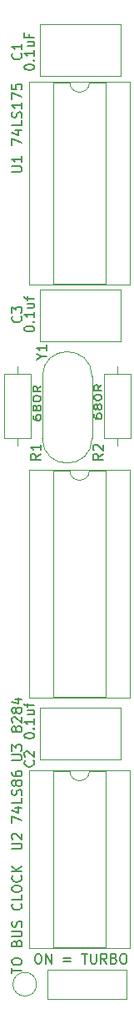
<source format=gto>
%TF.GenerationSoftware,KiCad,Pcbnew,(5.1.9)-1*%
%TF.CreationDate,2021-02-16T22:14:15+08:00*%
%TF.ProjectId,DaveJonesTandy1000Turbo,44617665-4a6f-46e6-9573-54616e647931,rev?*%
%TF.SameCoordinates,Original*%
%TF.FileFunction,Legend,Top*%
%TF.FilePolarity,Positive*%
%FSLAX46Y46*%
G04 Gerber Fmt 4.6, Leading zero omitted, Abs format (unit mm)*
G04 Created by KiCad (PCBNEW (5.1.9)-1) date 2021-02-16 22:14:15*
%MOMM*%
%LPD*%
G01*
G04 APERTURE LIST*
%ADD10C,0.120000*%
%ADD11C,0.150000*%
G04 APERTURE END LIST*
D10*
%TO.C,R2*%
X153670000Y-93956000D02*
X153670000Y-93186000D01*
X153670000Y-85876000D02*
X153670000Y-86646000D01*
X155040000Y-93186000D02*
X155040000Y-86646000D01*
X152300000Y-93186000D02*
X155040000Y-93186000D01*
X152300000Y-86646000D02*
X152300000Y-93186000D01*
X155040000Y-86646000D02*
X152300000Y-86646000D01*
%TO.C,R1*%
X143510000Y-93956000D02*
X143510000Y-93186000D01*
X143510000Y-85876000D02*
X143510000Y-86646000D01*
X144880000Y-93186000D02*
X144880000Y-86646000D01*
X142140000Y-93186000D02*
X144880000Y-93186000D01*
X142140000Y-86646000D02*
X142140000Y-93186000D01*
X144880000Y-86646000D02*
X142140000Y-86646000D01*
%TO.C,Y1*%
X151115000Y-86945000D02*
X151115000Y-93195000D01*
X146065000Y-86945000D02*
X146065000Y-93195000D01*
X146065000Y-93195000D02*
G75*
G03*
X151115000Y-93195000I2525000J0D01*
G01*
X146065000Y-86945000D02*
G75*
G02*
X151115000Y-86945000I2525000J0D01*
G01*
%TO.C,U3*%
X148860000Y-96460000D02*
X147210000Y-96460000D01*
X147210000Y-96460000D02*
X147210000Y-119440000D01*
X147210000Y-119440000D02*
X152510000Y-119440000D01*
X152510000Y-119440000D02*
X152510000Y-96460000D01*
X152510000Y-96460000D02*
X150860000Y-96460000D01*
X144720000Y-96400000D02*
X144720000Y-119500000D01*
X144720000Y-119500000D02*
X155000000Y-119500000D01*
X155000000Y-119500000D02*
X155000000Y-96400000D01*
X155000000Y-96400000D02*
X144720000Y-96400000D01*
X150860000Y-96460000D02*
G75*
G02*
X148860000Y-96460000I-1000000J0D01*
G01*
%TO.C,U2*%
X148860000Y-126940000D02*
X147210000Y-126940000D01*
X147210000Y-126940000D02*
X147210000Y-144840000D01*
X147210000Y-144840000D02*
X152510000Y-144840000D01*
X152510000Y-144840000D02*
X152510000Y-126940000D01*
X152510000Y-126940000D02*
X150860000Y-126940000D01*
X144720000Y-126880000D02*
X144720000Y-144900000D01*
X144720000Y-144900000D02*
X155000000Y-144900000D01*
X155000000Y-144900000D02*
X155000000Y-126880000D01*
X155000000Y-126880000D02*
X144720000Y-126880000D01*
X150860000Y-126940000D02*
G75*
G02*
X148860000Y-126940000I-1000000J0D01*
G01*
%TO.C,U1*%
X148860000Y-57090000D02*
X147210000Y-57090000D01*
X147210000Y-57090000D02*
X147210000Y-77530000D01*
X147210000Y-77530000D02*
X152510000Y-77530000D01*
X152510000Y-77530000D02*
X152510000Y-57090000D01*
X152510000Y-57090000D02*
X150860000Y-57090000D01*
X144720000Y-57030000D02*
X144720000Y-77590000D01*
X144720000Y-77590000D02*
X155000000Y-77590000D01*
X155000000Y-77590000D02*
X155000000Y-57030000D01*
X155000000Y-57030000D02*
X144720000Y-57030000D01*
X150860000Y-57090000D02*
G75*
G02*
X148860000Y-57090000I-1000000J0D01*
G01*
%TO.C,SW1*%
X154662000Y-150090000D02*
X154662000Y-147090000D01*
X146562000Y-147090000D02*
X146562000Y-150090000D01*
X154662000Y-150090000D02*
X146562000Y-150090000D01*
X146562000Y-147090000D02*
X154662000Y-147090000D01*
%TO.C,J1*%
X145472000Y-148590000D02*
G75*
G03*
X145472000Y-148590000I-1200000J0D01*
G01*
%TO.C,C3*%
X154020000Y-83392000D02*
X145780000Y-83392000D01*
X154020000Y-78152000D02*
X145780000Y-78152000D01*
X154020000Y-83392000D02*
X154020000Y-78152000D01*
X145780000Y-83392000D02*
X145780000Y-78152000D01*
%TO.C,C2*%
X154020000Y-125810000D02*
X145780000Y-125810000D01*
X154020000Y-120570000D02*
X145780000Y-120570000D01*
X154020000Y-125810000D02*
X154020000Y-120570000D01*
X145780000Y-125810000D02*
X145780000Y-120570000D01*
%TO.C,C1*%
X154020000Y-56468000D02*
X145780000Y-56468000D01*
X154020000Y-51228000D02*
X145780000Y-51228000D01*
X154020000Y-56468000D02*
X154020000Y-51228000D01*
X145780000Y-56468000D02*
X145780000Y-51228000D01*
%TD*%
%TO.C,R2*%
D11*
X152217380Y-94781666D02*
X151741190Y-95115000D01*
X152217380Y-95353095D02*
X151217380Y-95353095D01*
X151217380Y-94972142D01*
X151265000Y-94876904D01*
X151312619Y-94829285D01*
X151407857Y-94781666D01*
X151550714Y-94781666D01*
X151645952Y-94829285D01*
X151693571Y-94876904D01*
X151741190Y-94972142D01*
X151741190Y-95353095D01*
X151312619Y-94400714D02*
X151265000Y-94353095D01*
X151217380Y-94257857D01*
X151217380Y-94019761D01*
X151265000Y-93924523D01*
X151312619Y-93876904D01*
X151407857Y-93829285D01*
X151503095Y-93829285D01*
X151645952Y-93876904D01*
X152217380Y-94448333D01*
X152217380Y-93829285D01*
X151301504Y-90771504D02*
X151301504Y-90961980D01*
X151339600Y-91057219D01*
X151377695Y-91104838D01*
X151491980Y-91200076D01*
X151644361Y-91247695D01*
X151949123Y-91247695D01*
X152025314Y-91200076D01*
X152063409Y-91152457D01*
X152101504Y-91057219D01*
X152101504Y-90866742D01*
X152063409Y-90771504D01*
X152025314Y-90723885D01*
X151949123Y-90676266D01*
X151758647Y-90676266D01*
X151682457Y-90723885D01*
X151644361Y-90771504D01*
X151606266Y-90866742D01*
X151606266Y-91057219D01*
X151644361Y-91152457D01*
X151682457Y-91200076D01*
X151758647Y-91247695D01*
X151644361Y-90104838D02*
X151606266Y-90200076D01*
X151568171Y-90247695D01*
X151491980Y-90295314D01*
X151453885Y-90295314D01*
X151377695Y-90247695D01*
X151339600Y-90200076D01*
X151301504Y-90104838D01*
X151301504Y-89914361D01*
X151339600Y-89819123D01*
X151377695Y-89771504D01*
X151453885Y-89723885D01*
X151491980Y-89723885D01*
X151568171Y-89771504D01*
X151606266Y-89819123D01*
X151644361Y-89914361D01*
X151644361Y-90104838D01*
X151682457Y-90200076D01*
X151720552Y-90247695D01*
X151796742Y-90295314D01*
X151949123Y-90295314D01*
X152025314Y-90247695D01*
X152063409Y-90200076D01*
X152101504Y-90104838D01*
X152101504Y-89914361D01*
X152063409Y-89819123D01*
X152025314Y-89771504D01*
X151949123Y-89723885D01*
X151796742Y-89723885D01*
X151720552Y-89771504D01*
X151682457Y-89819123D01*
X151644361Y-89914361D01*
X151301504Y-89104838D02*
X151301504Y-89009600D01*
X151339600Y-88914361D01*
X151377695Y-88866742D01*
X151453885Y-88819123D01*
X151606266Y-88771504D01*
X151796742Y-88771504D01*
X151949123Y-88819123D01*
X152025314Y-88866742D01*
X152063409Y-88914361D01*
X152101504Y-89009600D01*
X152101504Y-89104838D01*
X152063409Y-89200076D01*
X152025314Y-89247695D01*
X151949123Y-89295314D01*
X151796742Y-89342933D01*
X151606266Y-89342933D01*
X151453885Y-89295314D01*
X151377695Y-89247695D01*
X151339600Y-89200076D01*
X151301504Y-89104838D01*
X152101504Y-87771504D02*
X151720552Y-88104838D01*
X152101504Y-88342933D02*
X151301504Y-88342933D01*
X151301504Y-87961980D01*
X151339600Y-87866742D01*
X151377695Y-87819123D01*
X151453885Y-87771504D01*
X151568171Y-87771504D01*
X151644361Y-87819123D01*
X151682457Y-87866742D01*
X151720552Y-87961980D01*
X151720552Y-88342933D01*
%TO.C,R1*%
X145867380Y-94781666D02*
X145391190Y-95115000D01*
X145867380Y-95353095D02*
X144867380Y-95353095D01*
X144867380Y-94972142D01*
X144915000Y-94876904D01*
X144962619Y-94829285D01*
X145057857Y-94781666D01*
X145200714Y-94781666D01*
X145295952Y-94829285D01*
X145343571Y-94876904D01*
X145391190Y-94972142D01*
X145391190Y-95353095D01*
X145867380Y-93829285D02*
X145867380Y-94400714D01*
X145867380Y-94115000D02*
X144867380Y-94115000D01*
X145010238Y-94210238D01*
X145105476Y-94305476D01*
X145153095Y-94400714D01*
X145103904Y-90898504D02*
X145103904Y-91088980D01*
X145142000Y-91184219D01*
X145180095Y-91231838D01*
X145294380Y-91327076D01*
X145446761Y-91374695D01*
X145751523Y-91374695D01*
X145827714Y-91327076D01*
X145865809Y-91279457D01*
X145903904Y-91184219D01*
X145903904Y-90993742D01*
X145865809Y-90898504D01*
X145827714Y-90850885D01*
X145751523Y-90803266D01*
X145561047Y-90803266D01*
X145484857Y-90850885D01*
X145446761Y-90898504D01*
X145408666Y-90993742D01*
X145408666Y-91184219D01*
X145446761Y-91279457D01*
X145484857Y-91327076D01*
X145561047Y-91374695D01*
X145446761Y-90231838D02*
X145408666Y-90327076D01*
X145370571Y-90374695D01*
X145294380Y-90422314D01*
X145256285Y-90422314D01*
X145180095Y-90374695D01*
X145142000Y-90327076D01*
X145103904Y-90231838D01*
X145103904Y-90041361D01*
X145142000Y-89946123D01*
X145180095Y-89898504D01*
X145256285Y-89850885D01*
X145294380Y-89850885D01*
X145370571Y-89898504D01*
X145408666Y-89946123D01*
X145446761Y-90041361D01*
X145446761Y-90231838D01*
X145484857Y-90327076D01*
X145522952Y-90374695D01*
X145599142Y-90422314D01*
X145751523Y-90422314D01*
X145827714Y-90374695D01*
X145865809Y-90327076D01*
X145903904Y-90231838D01*
X145903904Y-90041361D01*
X145865809Y-89946123D01*
X145827714Y-89898504D01*
X145751523Y-89850885D01*
X145599142Y-89850885D01*
X145522952Y-89898504D01*
X145484857Y-89946123D01*
X145446761Y-90041361D01*
X145103904Y-89231838D02*
X145103904Y-89136600D01*
X145142000Y-89041361D01*
X145180095Y-88993742D01*
X145256285Y-88946123D01*
X145408666Y-88898504D01*
X145599142Y-88898504D01*
X145751523Y-88946123D01*
X145827714Y-88993742D01*
X145865809Y-89041361D01*
X145903904Y-89136600D01*
X145903904Y-89231838D01*
X145865809Y-89327076D01*
X145827714Y-89374695D01*
X145751523Y-89422314D01*
X145599142Y-89469933D01*
X145408666Y-89469933D01*
X145256285Y-89422314D01*
X145180095Y-89374695D01*
X145142000Y-89327076D01*
X145103904Y-89231838D01*
X145903904Y-87898504D02*
X145522952Y-88231838D01*
X145903904Y-88469933D02*
X145103904Y-88469933D01*
X145103904Y-88088980D01*
X145142000Y-87993742D01*
X145180095Y-87946123D01*
X145256285Y-87898504D01*
X145370571Y-87898504D01*
X145446761Y-87946123D01*
X145484857Y-87993742D01*
X145522952Y-88088980D01*
X145522952Y-88469933D01*
%TO.C,Y1*%
X146026190Y-84931190D02*
X146502380Y-84931190D01*
X145502380Y-85264523D02*
X146026190Y-84931190D01*
X145502380Y-84597857D01*
X146502380Y-83740714D02*
X146502380Y-84312142D01*
X146502380Y-84026428D02*
X145502380Y-84026428D01*
X145645238Y-84121666D01*
X145740476Y-84216904D01*
X145788095Y-84312142D01*
%TO.C,U3*%
X142962380Y-125856904D02*
X143771904Y-125856904D01*
X143867142Y-125809285D01*
X143914761Y-125761666D01*
X143962380Y-125666428D01*
X143962380Y-125475952D01*
X143914761Y-125380714D01*
X143867142Y-125333095D01*
X143771904Y-125285476D01*
X142962380Y-125285476D01*
X142962380Y-124904523D02*
X142962380Y-124285476D01*
X143343333Y-124618809D01*
X143343333Y-124475952D01*
X143390952Y-124380714D01*
X143438571Y-124333095D01*
X143533809Y-124285476D01*
X143771904Y-124285476D01*
X143867142Y-124333095D01*
X143914761Y-124380714D01*
X143962380Y-124475952D01*
X143962380Y-124761666D01*
X143914761Y-124856904D01*
X143867142Y-124904523D01*
X143390952Y-122808809D02*
X143343333Y-122904047D01*
X143295714Y-122951666D01*
X143200476Y-122999285D01*
X143152857Y-122999285D01*
X143057619Y-122951666D01*
X143010000Y-122904047D01*
X142962380Y-122808809D01*
X142962380Y-122618333D01*
X143010000Y-122523095D01*
X143057619Y-122475476D01*
X143152857Y-122427857D01*
X143200476Y-122427857D01*
X143295714Y-122475476D01*
X143343333Y-122523095D01*
X143390952Y-122618333D01*
X143390952Y-122808809D01*
X143438571Y-122904047D01*
X143486190Y-122951666D01*
X143581428Y-122999285D01*
X143771904Y-122999285D01*
X143867142Y-122951666D01*
X143914761Y-122904047D01*
X143962380Y-122808809D01*
X143962380Y-122618333D01*
X143914761Y-122523095D01*
X143867142Y-122475476D01*
X143771904Y-122427857D01*
X143581428Y-122427857D01*
X143486190Y-122475476D01*
X143438571Y-122523095D01*
X143390952Y-122618333D01*
X143057619Y-122046904D02*
X143010000Y-121999285D01*
X142962380Y-121904047D01*
X142962380Y-121665952D01*
X143010000Y-121570714D01*
X143057619Y-121523095D01*
X143152857Y-121475476D01*
X143248095Y-121475476D01*
X143390952Y-121523095D01*
X143962380Y-122094523D01*
X143962380Y-121475476D01*
X143390952Y-120904047D02*
X143343333Y-120999285D01*
X143295714Y-121046904D01*
X143200476Y-121094523D01*
X143152857Y-121094523D01*
X143057619Y-121046904D01*
X143010000Y-120999285D01*
X142962380Y-120904047D01*
X142962380Y-120713571D01*
X143010000Y-120618333D01*
X143057619Y-120570714D01*
X143152857Y-120523095D01*
X143200476Y-120523095D01*
X143295714Y-120570714D01*
X143343333Y-120618333D01*
X143390952Y-120713571D01*
X143390952Y-120904047D01*
X143438571Y-120999285D01*
X143486190Y-121046904D01*
X143581428Y-121094523D01*
X143771904Y-121094523D01*
X143867142Y-121046904D01*
X143914761Y-120999285D01*
X143962380Y-120904047D01*
X143962380Y-120713571D01*
X143914761Y-120618333D01*
X143867142Y-120570714D01*
X143771904Y-120523095D01*
X143581428Y-120523095D01*
X143486190Y-120570714D01*
X143438571Y-120618333D01*
X143390952Y-120713571D01*
X143295714Y-119665952D02*
X143962380Y-119665952D01*
X142914761Y-119904047D02*
X143629047Y-120142142D01*
X143629047Y-119523095D01*
%TO.C,U2*%
X142962380Y-134873904D02*
X143771904Y-134873904D01*
X143867142Y-134826285D01*
X143914761Y-134778666D01*
X143962380Y-134683428D01*
X143962380Y-134492952D01*
X143914761Y-134397714D01*
X143867142Y-134350095D01*
X143771904Y-134302476D01*
X142962380Y-134302476D01*
X143057619Y-133873904D02*
X143010000Y-133826285D01*
X142962380Y-133731047D01*
X142962380Y-133492952D01*
X143010000Y-133397714D01*
X143057619Y-133350095D01*
X143152857Y-133302476D01*
X143248095Y-133302476D01*
X143390952Y-133350095D01*
X143962380Y-133921523D01*
X143962380Y-133302476D01*
X142962380Y-132182857D02*
X142962380Y-131516190D01*
X143962380Y-131944761D01*
X143295714Y-130706666D02*
X143962380Y-130706666D01*
X142914761Y-130944761D02*
X143629047Y-131182857D01*
X143629047Y-130563809D01*
X143962380Y-129706666D02*
X143962380Y-130182857D01*
X142962380Y-130182857D01*
X143914761Y-129420952D02*
X143962380Y-129278095D01*
X143962380Y-129040000D01*
X143914761Y-128944761D01*
X143867142Y-128897142D01*
X143771904Y-128849523D01*
X143676666Y-128849523D01*
X143581428Y-128897142D01*
X143533809Y-128944761D01*
X143486190Y-129040000D01*
X143438571Y-129230476D01*
X143390952Y-129325714D01*
X143343333Y-129373333D01*
X143248095Y-129420952D01*
X143152857Y-129420952D01*
X143057619Y-129373333D01*
X143010000Y-129325714D01*
X142962380Y-129230476D01*
X142962380Y-128992380D01*
X143010000Y-128849523D01*
X143390952Y-128278095D02*
X143343333Y-128373333D01*
X143295714Y-128420952D01*
X143200476Y-128468571D01*
X143152857Y-128468571D01*
X143057619Y-128420952D01*
X143010000Y-128373333D01*
X142962380Y-128278095D01*
X142962380Y-128087619D01*
X143010000Y-127992380D01*
X143057619Y-127944761D01*
X143152857Y-127897142D01*
X143200476Y-127897142D01*
X143295714Y-127944761D01*
X143343333Y-127992380D01*
X143390952Y-128087619D01*
X143390952Y-128278095D01*
X143438571Y-128373333D01*
X143486190Y-128420952D01*
X143581428Y-128468571D01*
X143771904Y-128468571D01*
X143867142Y-128420952D01*
X143914761Y-128373333D01*
X143962380Y-128278095D01*
X143962380Y-128087619D01*
X143914761Y-127992380D01*
X143867142Y-127944761D01*
X143771904Y-127897142D01*
X143581428Y-127897142D01*
X143486190Y-127944761D01*
X143438571Y-127992380D01*
X143390952Y-128087619D01*
X142962380Y-127040000D02*
X142962380Y-127230476D01*
X143010000Y-127325714D01*
X143057619Y-127373333D01*
X143200476Y-127468571D01*
X143390952Y-127516190D01*
X143771904Y-127516190D01*
X143867142Y-127468571D01*
X143914761Y-127420952D01*
X143962380Y-127325714D01*
X143962380Y-127135238D01*
X143914761Y-127040000D01*
X143867142Y-126992380D01*
X143771904Y-126944761D01*
X143533809Y-126944761D01*
X143438571Y-126992380D01*
X143390952Y-127040000D01*
X143343333Y-127135238D01*
X143343333Y-127325714D01*
X143390952Y-127420952D01*
X143438571Y-127468571D01*
X143533809Y-127516190D01*
%TO.C,U1*%
X142962380Y-66166904D02*
X143771904Y-66166904D01*
X143867142Y-66119285D01*
X143914761Y-66071666D01*
X143962380Y-65976428D01*
X143962380Y-65785952D01*
X143914761Y-65690714D01*
X143867142Y-65643095D01*
X143771904Y-65595476D01*
X142962380Y-65595476D01*
X143962380Y-64595476D02*
X143962380Y-65166904D01*
X143962380Y-64881190D02*
X142962380Y-64881190D01*
X143105238Y-64976428D01*
X143200476Y-65071666D01*
X143248095Y-65166904D01*
X142962380Y-63444047D02*
X142962380Y-62777380D01*
X143962380Y-63205952D01*
X143295714Y-61967857D02*
X143962380Y-61967857D01*
X142914761Y-62205952D02*
X143629047Y-62444047D01*
X143629047Y-61825000D01*
X143962380Y-60967857D02*
X143962380Y-61444047D01*
X142962380Y-61444047D01*
X143914761Y-60682142D02*
X143962380Y-60539285D01*
X143962380Y-60301190D01*
X143914761Y-60205952D01*
X143867142Y-60158333D01*
X143771904Y-60110714D01*
X143676666Y-60110714D01*
X143581428Y-60158333D01*
X143533809Y-60205952D01*
X143486190Y-60301190D01*
X143438571Y-60491666D01*
X143390952Y-60586904D01*
X143343333Y-60634523D01*
X143248095Y-60682142D01*
X143152857Y-60682142D01*
X143057619Y-60634523D01*
X143010000Y-60586904D01*
X142962380Y-60491666D01*
X142962380Y-60253571D01*
X143010000Y-60110714D01*
X143962380Y-59158333D02*
X143962380Y-59729761D01*
X143962380Y-59444047D02*
X142962380Y-59444047D01*
X143105238Y-59539285D01*
X143200476Y-59634523D01*
X143248095Y-59729761D01*
X142962380Y-58825000D02*
X142962380Y-58158333D01*
X143962380Y-58586904D01*
X142962380Y-57301190D02*
X142962380Y-57777380D01*
X143438571Y-57825000D01*
X143390952Y-57777380D01*
X143343333Y-57682142D01*
X143343333Y-57444047D01*
X143390952Y-57348809D01*
X143438571Y-57301190D01*
X143533809Y-57253571D01*
X143771904Y-57253571D01*
X143867142Y-57301190D01*
X143914761Y-57348809D01*
X143962380Y-57444047D01*
X143962380Y-57682142D01*
X143914761Y-57777380D01*
X143867142Y-57825000D01*
%TO.C,SW1*%
X145558428Y-145502380D02*
X145748904Y-145502380D01*
X145844142Y-145550000D01*
X145939380Y-145645238D01*
X145987000Y-145835714D01*
X145987000Y-146169047D01*
X145939380Y-146359523D01*
X145844142Y-146454761D01*
X145748904Y-146502380D01*
X145558428Y-146502380D01*
X145463190Y-146454761D01*
X145367952Y-146359523D01*
X145320333Y-146169047D01*
X145320333Y-145835714D01*
X145367952Y-145645238D01*
X145463190Y-145550000D01*
X145558428Y-145502380D01*
X146415571Y-146502380D02*
X146415571Y-145502380D01*
X146987000Y-146502380D01*
X146987000Y-145502380D01*
X148225095Y-145978571D02*
X148987000Y-145978571D01*
X148987000Y-146264285D02*
X148225095Y-146264285D01*
X150082238Y-145502380D02*
X150653666Y-145502380D01*
X150367952Y-146502380D02*
X150367952Y-145502380D01*
X150987000Y-145502380D02*
X150987000Y-146311904D01*
X151034619Y-146407142D01*
X151082238Y-146454761D01*
X151177476Y-146502380D01*
X151367952Y-146502380D01*
X151463190Y-146454761D01*
X151510809Y-146407142D01*
X151558428Y-146311904D01*
X151558428Y-145502380D01*
X152606047Y-146502380D02*
X152272714Y-146026190D01*
X152034619Y-146502380D02*
X152034619Y-145502380D01*
X152415571Y-145502380D01*
X152510809Y-145550000D01*
X152558428Y-145597619D01*
X152606047Y-145692857D01*
X152606047Y-145835714D01*
X152558428Y-145930952D01*
X152510809Y-145978571D01*
X152415571Y-146026190D01*
X152034619Y-146026190D01*
X153367952Y-145978571D02*
X153510809Y-146026190D01*
X153558428Y-146073809D01*
X153606047Y-146169047D01*
X153606047Y-146311904D01*
X153558428Y-146407142D01*
X153510809Y-146454761D01*
X153415571Y-146502380D01*
X153034619Y-146502380D01*
X153034619Y-145502380D01*
X153367952Y-145502380D01*
X153463190Y-145550000D01*
X153510809Y-145597619D01*
X153558428Y-145692857D01*
X153558428Y-145788095D01*
X153510809Y-145883333D01*
X153463190Y-145930952D01*
X153367952Y-145978571D01*
X153034619Y-145978571D01*
X154225095Y-145502380D02*
X154415571Y-145502380D01*
X154510809Y-145550000D01*
X154606047Y-145645238D01*
X154653666Y-145835714D01*
X154653666Y-146169047D01*
X154606047Y-146359523D01*
X154510809Y-146454761D01*
X154415571Y-146502380D01*
X154225095Y-146502380D01*
X154129857Y-146454761D01*
X154034619Y-146359523D01*
X153987000Y-146169047D01*
X153987000Y-145835714D01*
X154034619Y-145645238D01*
X154129857Y-145550000D01*
X154225095Y-145502380D01*
%TO.C,J1*%
X142962380Y-147486000D02*
X142962380Y-146914571D01*
X143962380Y-147200285D02*
X142962380Y-147200285D01*
X142962380Y-146390761D02*
X142962380Y-146200285D01*
X143010000Y-146105047D01*
X143105238Y-146009809D01*
X143295714Y-145962190D01*
X143629047Y-145962190D01*
X143819523Y-146009809D01*
X143914761Y-146105047D01*
X143962380Y-146200285D01*
X143962380Y-146390761D01*
X143914761Y-146486000D01*
X143819523Y-146581238D01*
X143629047Y-146628857D01*
X143295714Y-146628857D01*
X143105238Y-146581238D01*
X143010000Y-146486000D01*
X142962380Y-146390761D01*
X143438571Y-144438380D02*
X143486190Y-144295523D01*
X143533809Y-144247904D01*
X143629047Y-144200285D01*
X143771904Y-144200285D01*
X143867142Y-144247904D01*
X143914761Y-144295523D01*
X143962380Y-144390761D01*
X143962380Y-144771714D01*
X142962380Y-144771714D01*
X142962380Y-144438380D01*
X143010000Y-144343142D01*
X143057619Y-144295523D01*
X143152857Y-144247904D01*
X143248095Y-144247904D01*
X143343333Y-144295523D01*
X143390952Y-144343142D01*
X143438571Y-144438380D01*
X143438571Y-144771714D01*
X142962380Y-143771714D02*
X143771904Y-143771714D01*
X143867142Y-143724095D01*
X143914761Y-143676476D01*
X143962380Y-143581238D01*
X143962380Y-143390761D01*
X143914761Y-143295523D01*
X143867142Y-143247904D01*
X143771904Y-143200285D01*
X142962380Y-143200285D01*
X143914761Y-142771714D02*
X143962380Y-142628857D01*
X143962380Y-142390761D01*
X143914761Y-142295523D01*
X143867142Y-142247904D01*
X143771904Y-142200285D01*
X143676666Y-142200285D01*
X143581428Y-142247904D01*
X143533809Y-142295523D01*
X143486190Y-142390761D01*
X143438571Y-142581238D01*
X143390952Y-142676476D01*
X143343333Y-142724095D01*
X143248095Y-142771714D01*
X143152857Y-142771714D01*
X143057619Y-142724095D01*
X143010000Y-142676476D01*
X142962380Y-142581238D01*
X142962380Y-142343142D01*
X143010000Y-142200285D01*
X143867142Y-140438380D02*
X143914761Y-140486000D01*
X143962380Y-140628857D01*
X143962380Y-140724095D01*
X143914761Y-140866952D01*
X143819523Y-140962190D01*
X143724285Y-141009809D01*
X143533809Y-141057428D01*
X143390952Y-141057428D01*
X143200476Y-141009809D01*
X143105238Y-140962190D01*
X143010000Y-140866952D01*
X142962380Y-140724095D01*
X142962380Y-140628857D01*
X143010000Y-140486000D01*
X143057619Y-140438380D01*
X143962380Y-139533619D02*
X143962380Y-140009809D01*
X142962380Y-140009809D01*
X142962380Y-139009809D02*
X142962380Y-138819333D01*
X143010000Y-138724095D01*
X143105238Y-138628857D01*
X143295714Y-138581238D01*
X143629047Y-138581238D01*
X143819523Y-138628857D01*
X143914761Y-138724095D01*
X143962380Y-138819333D01*
X143962380Y-139009809D01*
X143914761Y-139105047D01*
X143819523Y-139200285D01*
X143629047Y-139247904D01*
X143295714Y-139247904D01*
X143105238Y-139200285D01*
X143010000Y-139105047D01*
X142962380Y-139009809D01*
X143867142Y-137581238D02*
X143914761Y-137628857D01*
X143962380Y-137771714D01*
X143962380Y-137866952D01*
X143914761Y-138009809D01*
X143819523Y-138105047D01*
X143724285Y-138152666D01*
X143533809Y-138200285D01*
X143390952Y-138200285D01*
X143200476Y-138152666D01*
X143105238Y-138105047D01*
X143010000Y-138009809D01*
X142962380Y-137866952D01*
X142962380Y-137771714D01*
X143010000Y-137628857D01*
X143057619Y-137581238D01*
X143962380Y-137152666D02*
X142962380Y-137152666D01*
X143962380Y-136581238D02*
X143390952Y-137009809D01*
X142962380Y-136581238D02*
X143533809Y-137152666D01*
%TO.C,C3*%
X143867142Y-80811666D02*
X143914761Y-80859285D01*
X143962380Y-81002142D01*
X143962380Y-81097380D01*
X143914761Y-81240238D01*
X143819523Y-81335476D01*
X143724285Y-81383095D01*
X143533809Y-81430714D01*
X143390952Y-81430714D01*
X143200476Y-81383095D01*
X143105238Y-81335476D01*
X143010000Y-81240238D01*
X142962380Y-81097380D01*
X142962380Y-81002142D01*
X143010000Y-80859285D01*
X143057619Y-80811666D01*
X142962380Y-80478333D02*
X142962380Y-79859285D01*
X143343333Y-80192619D01*
X143343333Y-80049761D01*
X143390952Y-79954523D01*
X143438571Y-79906904D01*
X143533809Y-79859285D01*
X143771904Y-79859285D01*
X143867142Y-79906904D01*
X143914761Y-79954523D01*
X143962380Y-80049761D01*
X143962380Y-80335476D01*
X143914761Y-80430714D01*
X143867142Y-80478333D01*
X144232380Y-82145000D02*
X144232380Y-82049761D01*
X144280000Y-81954523D01*
X144327619Y-81906904D01*
X144422857Y-81859285D01*
X144613333Y-81811666D01*
X144851428Y-81811666D01*
X145041904Y-81859285D01*
X145137142Y-81906904D01*
X145184761Y-81954523D01*
X145232380Y-82049761D01*
X145232380Y-82145000D01*
X145184761Y-82240238D01*
X145137142Y-82287857D01*
X145041904Y-82335476D01*
X144851428Y-82383095D01*
X144613333Y-82383095D01*
X144422857Y-82335476D01*
X144327619Y-82287857D01*
X144280000Y-82240238D01*
X144232380Y-82145000D01*
X145137142Y-81383095D02*
X145184761Y-81335476D01*
X145232380Y-81383095D01*
X145184761Y-81430714D01*
X145137142Y-81383095D01*
X145232380Y-81383095D01*
X145232380Y-80383095D02*
X145232380Y-80954523D01*
X145232380Y-80668809D02*
X144232380Y-80668809D01*
X144375238Y-80764047D01*
X144470476Y-80859285D01*
X144518095Y-80954523D01*
X144565714Y-79525952D02*
X145232380Y-79525952D01*
X144565714Y-79954523D02*
X145089523Y-79954523D01*
X145184761Y-79906904D01*
X145232380Y-79811666D01*
X145232380Y-79668809D01*
X145184761Y-79573571D01*
X145137142Y-79525952D01*
X144565714Y-79192619D02*
X144565714Y-78811666D01*
X145232380Y-79049761D02*
X144375238Y-79049761D01*
X144280000Y-79002142D01*
X144232380Y-78906904D01*
X144232380Y-78811666D01*
%TO.C,C2*%
X145137142Y-125896666D02*
X145184761Y-125944285D01*
X145232380Y-126087142D01*
X145232380Y-126182380D01*
X145184761Y-126325238D01*
X145089523Y-126420476D01*
X144994285Y-126468095D01*
X144803809Y-126515714D01*
X144660952Y-126515714D01*
X144470476Y-126468095D01*
X144375238Y-126420476D01*
X144280000Y-126325238D01*
X144232380Y-126182380D01*
X144232380Y-126087142D01*
X144280000Y-125944285D01*
X144327619Y-125896666D01*
X144327619Y-125515714D02*
X144280000Y-125468095D01*
X144232380Y-125372857D01*
X144232380Y-125134761D01*
X144280000Y-125039523D01*
X144327619Y-124991904D01*
X144422857Y-124944285D01*
X144518095Y-124944285D01*
X144660952Y-124991904D01*
X145232380Y-125563333D01*
X145232380Y-124944285D01*
X144232380Y-123420000D02*
X144232380Y-123324761D01*
X144280000Y-123229523D01*
X144327619Y-123181904D01*
X144422857Y-123134285D01*
X144613333Y-123086666D01*
X144851428Y-123086666D01*
X145041904Y-123134285D01*
X145137142Y-123181904D01*
X145184761Y-123229523D01*
X145232380Y-123324761D01*
X145232380Y-123420000D01*
X145184761Y-123515238D01*
X145137142Y-123562857D01*
X145041904Y-123610476D01*
X144851428Y-123658095D01*
X144613333Y-123658095D01*
X144422857Y-123610476D01*
X144327619Y-123562857D01*
X144280000Y-123515238D01*
X144232380Y-123420000D01*
X145137142Y-122658095D02*
X145184761Y-122610476D01*
X145232380Y-122658095D01*
X145184761Y-122705714D01*
X145137142Y-122658095D01*
X145232380Y-122658095D01*
X145232380Y-121658095D02*
X145232380Y-122229523D01*
X145232380Y-121943809D02*
X144232380Y-121943809D01*
X144375238Y-122039047D01*
X144470476Y-122134285D01*
X144518095Y-122229523D01*
X144565714Y-120800952D02*
X145232380Y-120800952D01*
X144565714Y-121229523D02*
X145089523Y-121229523D01*
X145184761Y-121181904D01*
X145232380Y-121086666D01*
X145232380Y-120943809D01*
X145184761Y-120848571D01*
X145137142Y-120800952D01*
X144565714Y-120467619D02*
X144565714Y-120086666D01*
X145232380Y-120324761D02*
X144375238Y-120324761D01*
X144280000Y-120277142D01*
X144232380Y-120181904D01*
X144232380Y-120086666D01*
%TO.C,C1*%
X143867142Y-54141666D02*
X143914761Y-54189285D01*
X143962380Y-54332142D01*
X143962380Y-54427380D01*
X143914761Y-54570238D01*
X143819523Y-54665476D01*
X143724285Y-54713095D01*
X143533809Y-54760714D01*
X143390952Y-54760714D01*
X143200476Y-54713095D01*
X143105238Y-54665476D01*
X143010000Y-54570238D01*
X142962380Y-54427380D01*
X142962380Y-54332142D01*
X143010000Y-54189285D01*
X143057619Y-54141666D01*
X143962380Y-53189285D02*
X143962380Y-53760714D01*
X143962380Y-53475000D02*
X142962380Y-53475000D01*
X143105238Y-53570238D01*
X143200476Y-53665476D01*
X143248095Y-53760714D01*
X144232380Y-55617857D02*
X144232380Y-55522619D01*
X144280000Y-55427380D01*
X144327619Y-55379761D01*
X144422857Y-55332142D01*
X144613333Y-55284523D01*
X144851428Y-55284523D01*
X145041904Y-55332142D01*
X145137142Y-55379761D01*
X145184761Y-55427380D01*
X145232380Y-55522619D01*
X145232380Y-55617857D01*
X145184761Y-55713095D01*
X145137142Y-55760714D01*
X145041904Y-55808333D01*
X144851428Y-55855952D01*
X144613333Y-55855952D01*
X144422857Y-55808333D01*
X144327619Y-55760714D01*
X144280000Y-55713095D01*
X144232380Y-55617857D01*
X145137142Y-54855952D02*
X145184761Y-54808333D01*
X145232380Y-54855952D01*
X145184761Y-54903571D01*
X145137142Y-54855952D01*
X145232380Y-54855952D01*
X145232380Y-53855952D02*
X145232380Y-54427380D01*
X145232380Y-54141666D02*
X144232380Y-54141666D01*
X144375238Y-54236904D01*
X144470476Y-54332142D01*
X144518095Y-54427380D01*
X144565714Y-52998809D02*
X145232380Y-52998809D01*
X144565714Y-53427380D02*
X145089523Y-53427380D01*
X145184761Y-53379761D01*
X145232380Y-53284523D01*
X145232380Y-53141666D01*
X145184761Y-53046428D01*
X145137142Y-52998809D01*
X144708571Y-52189285D02*
X144708571Y-52522619D01*
X145232380Y-52522619D02*
X144232380Y-52522619D01*
X144232380Y-52046428D01*
%TD*%
M02*

</source>
